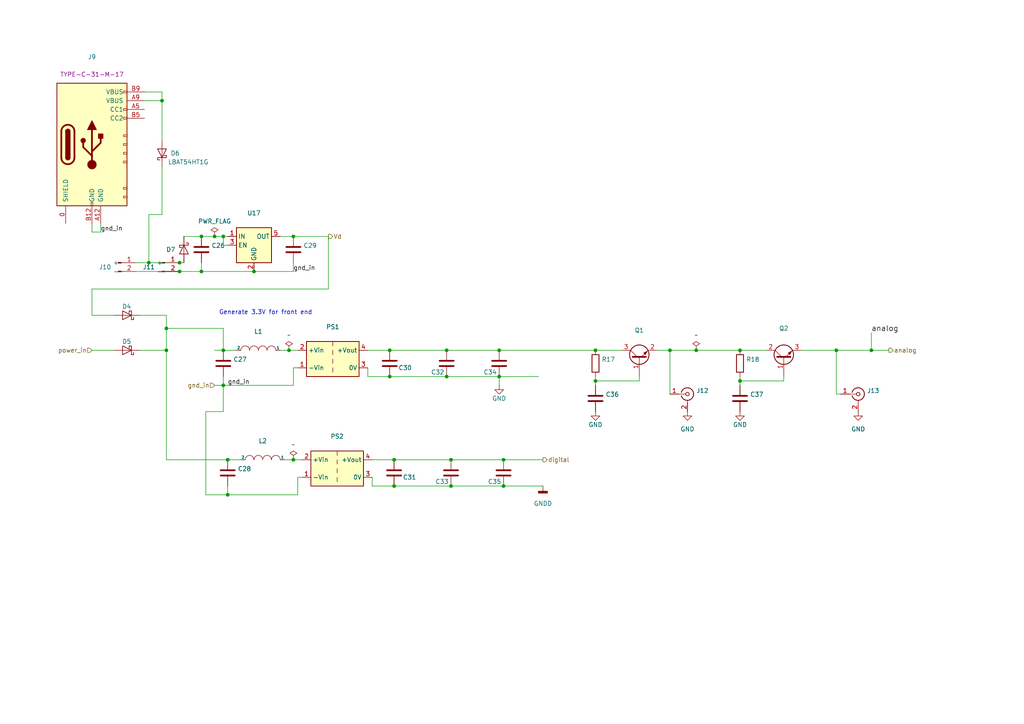
<source format=kicad_sch>
(kicad_sch (version 20211123) (generator eeschema)
  (paper "A4")
  (lib_symbols
    (symbol "0JLC-6:100nF" (pin_numbers hide) (pin_names (offset 0.254))
      (property "Reference" "C" (at 0.635 2.54 0))
      (property "Value" "100nF" (at 0.635 -2.54 0))
      (symbol "100nF_0_1"
        (polyline (pts (xy -2.032 -0.762) (xy 2.032 -0.762)) (stroke (width 0.508)))
        (polyline (pts (xy -2.032 0.762) (xy 2.032 0.762)) (stroke (width 0.508)))
      )
      (symbol "100nF_1_1"
        (pin passive line (at 0 3.81 270) (length 2.794) (name "~") (number "1"))
        (pin passive line (at 0 -3.81 90) (length 2.794) (name "~") (number "2"))
      )
    )
    (symbol "0JLC-6:10uF_1206_50V" (pin_numbers hide) (pin_names (offset 0.254))
      (property "Reference" "C" (at 0.635 2.54 0))
      (property "Value" "10uF_1206_50V" (at 0.635 -2.54 0))
      (symbol "10uF_1206_50V_0_1"
        (polyline (pts (xy -2.032 -0.762) (xy 2.032 -0.762)) (stroke (width 0.508)))
        (polyline (pts (xy -2.032 0.762) (xy 2.032 0.762)) (stroke (width 0.508)))
      )
      (symbol "10uF_1206_50V_1_1"
        (pin passive line (at 0 3.81 270) (length 2.794) (name "~") (number "1"))
        (pin passive line (at 0 -3.81 90) (length 2.794) (name "~") (number "2"))
      )
    )
    (symbol "0JLC-6:1K" (pin_numbers hide) (pin_names (offset 0))
      (property "Reference" "R" (at 2.032 0 90))
      (property "Value" "1K" (at 0 0 90))
      (symbol "1K_0_1"
        (rectangle (start -1.016 -2.54) (end 1.016 2.54) (stroke (width 0.254)))
      )
      (symbol "1K_1_1"
        (pin passive line (at 0 3.81 270) (length 1.27) (name "~") (number "1"))
        (pin passive line (at 0 -3.81 90) (length 1.27) (name "~") (number "2"))
      )
    )
    (symbol "0JLC-6:1uF" (pin_numbers hide) (pin_names (offset 0.254))
      (property "Reference" "C" (at 0.635 2.54 0))
      (property "Value" "1uF" (at 0.635 -2.54 0))
      (symbol "1uF_0_1"
        (polyline (pts (xy -2.032 -0.762) (xy 2.032 -0.762)) (stroke (width 0.508)))
        (polyline (pts (xy -2.032 0.762) (xy 2.032 0.762)) (stroke (width 0.508)))
      )
      (symbol "1uF_1_1"
        (pin passive line (at 0 3.81 270) (length 2.794) (name "~") (number "1"))
        (pin passive line (at 0 -3.81 90) (length 2.794) (name "~") (number "2"))
      )
    )
    (symbol "0JLC-6:4.7uF_1206_50V" (pin_numbers hide) (pin_names (offset 0.254))
      (property "Reference" "C" (at 0.635 2.54 0))
      (property "Value" "4.7uF_1206_50V" (at 0.635 -2.54 0))
      (symbol "4.7uF_1206_50V_0_1"
        (polyline (pts (xy -2.032 -0.762) (xy 2.032 -0.762)) (stroke (width 0.508)))
        (polyline (pts (xy -2.032 0.762) (xy 2.032 0.762)) (stroke (width 0.508)))
      )
      (symbol "4.7uF_1206_50V_1_1"
        (pin passive line (at 0 3.81 270) (length 2.794) (name "~") (number "1"))
        (pin passive line (at 0 -3.81 90) (length 2.794) (name "~") (number "2"))
      )
    )
    (symbol "0JLC-6:JST-B2B-PH" (pin_names (offset 1.016))
      (property "Reference" "J" (at 0 2.54 0))
      (property "Value" "JST-B2B-PH" (at 0 -5.08 0))
      (symbol "JST-B2B-PH_1_1"
        (polyline (pts (xy 1.27 -2.54) (xy 0.8636 -2.54)) (stroke (width 0.1524)))
        (polyline (pts (xy 1.27 0) (xy 0.8636 0)) (stroke (width 0.1524)))
        (rectangle (start 0.8636 -2.413) (end 0 -2.667) (stroke (width 0.1524)) (fill (type outline)))
        (rectangle (start 0.8636 0.127) (end 0 -0.127) (stroke (width 0.1524)) (fill (type outline)))
        (pin passive line (at 5.08 0 180) (length 3.81) (name "+") (number "1"))
        (pin passive line (at 5.08 -2.54 180) (length 3.81) (name "-") (number "2"))
      )
    )
    (symbol "0JLC-6:LBAT54HT1G" (pin_numbers hide) (pin_names (offset 1.016) hide)
      (property "Reference" "D" (at 0 2.54 0))
      (property "Value" "LBAT54HT1G" (at 0 -2.54 0))
      (symbol "LBAT54HT1G_0_1"
        (polyline (pts (xy 1.27 0) (xy -1.27 0)))
        (polyline (pts (xy 1.27 1.27) (xy 1.27 -1.27) (xy -1.27 0) (xy 1.27 1.27)) (stroke (width 0.2032)))
        (polyline (pts (xy -1.905 0.635) (xy -1.905 1.27) (xy -1.27 1.27) (xy -1.27 -1.27) (xy -0.635 -1.27) (xy -0.635 -0.635)) (stroke (width 0.2032)))
      )
      (symbol "LBAT54HT1G_1_1"
        (pin passive line (at -3.81 0 0) (length 2.54) (name "K") (number "1"))
        (pin passive line (at 3.81 0 180) (length 2.54) (name "A") (number "2"))
      )
    )
    (symbol "0JLC-6:LP5907MFX-3.3"
      (property "Reference" "U" (at -3.81 6.35 0))
      (property "Value" "LP5907MFX-3.3" (at 6.35 6.35 0))
      (symbol "LP5907MFX-3.3_0_1"
        (rectangle (start -5.08 -5.08) (end 5.08 5.08) (stroke (width 0.254)) (fill (type background)))
        (pin power_in line (at -7.62 2.54 0) (length 2.54) (name "IN") (number "1"))
        (pin power_in line (at 0 -7.62 90) (length 2.54) (name "GND") (number "2"))
        (pin input line (at -7.62 0 0) (length 2.54) (name "EN") (number "3"))
        (pin no_connect line (at 5.08 0 180) (length 2.54) hide (name "NC") (number "4"))
        (pin power_out line (at 7.62 2.54 180) (length 2.54) (name "OUT") (number "5"))
      )
    )
    (symbol "0JLC-6:USB_C_KoreanHroparts_6P" (pin_names (offset 1.016))
      (property "Reference" "J" (at -10.16 19.05 0))
      (property "Value" "USB_C_KoreanHroparts_6P" (at 19.05 19.05 0))
      (property "MPN" "TYPE-C-31-M-17" (at 0 0 0))
      (symbol "USB_C_KoreanHroparts_6P_0_0"
        (rectangle (start -0.254 -17.78) (end 0.254 -16.764))
        (rectangle (start 10.16 -14.986) (end 9.144 -15.494))
        (rectangle (start 10.16 -12.446) (end 9.144 -12.954))
        (rectangle (start 10.16 -4.826) (end 9.144 -5.334))
        (rectangle (start 10.16 -2.286) (end 9.144 -2.794))
        (rectangle (start 10.16 0.254) (end 9.144 -0.254))
        (rectangle (start 10.16 2.794) (end 9.144 2.286))
        (rectangle (start 10.16 7.874) (end 9.144 7.366))
        (rectangle (start 10.16 10.414) (end 9.144 9.906))
        (rectangle (start 10.16 15.494) (end 9.144 14.986))
      )
      (symbol "USB_C_KoreanHroparts_6P_0_1"
        (rectangle (start -10.16 17.78) (end 10.16 -17.78) (stroke (width 0.254)) (fill (type background)))
        (arc (start -8.89 -3.81) (mid -6.985 -5.715) (end -5.08 -3.81) (stroke (width 0.508)))
        (arc (start -7.62 -3.81) (mid -6.985 -4.445) (end -6.35 -3.81) (stroke (width 0.254)))
        (arc (start -7.62 -3.81) (mid -6.985 -4.445) (end -6.35 -3.81) (stroke (width 0.254)) (fill (type outline)))
        (rectangle (start -7.62 -3.81) (end -6.35 3.81) (stroke (width 0.254)) (fill (type outline)))
        (arc (start -6.35 3.81) (mid -6.985 4.445) (end -7.62 3.81) (stroke (width 0.254)))
        (arc (start -6.35 3.81) (mid -6.985 4.445) (end -7.62 3.81) (stroke (width 0.254)) (fill (type outline)))
        (arc (start -5.08 3.81) (mid -6.985 5.715) (end -8.89 3.81) (stroke (width 0.508)))
        (circle (center -2.54 1.143) (radius 0.635) (stroke (width 0.254)) (fill (type outline)))
        (circle (center 0 -5.842) (radius 1.27) (fill (type outline)))
        (polyline (pts (xy -8.89 -3.81) (xy -8.89 3.81)) (stroke (width 0.508)))
        (polyline (pts (xy -5.08 3.81) (xy -5.08 -3.81)) (stroke (width 0.508)))
        (polyline (pts (xy 0 -5.842) (xy 0 4.318)) (stroke (width 0.508)))
        (polyline (pts (xy 0 -3.302) (xy -2.54 -0.762) (xy -2.54 0.508)) (stroke (width 0.508)))
        (polyline (pts (xy 0 -2.032) (xy 2.54 0.508) (xy 2.54 1.778)) (stroke (width 0.508)))
        (polyline (pts (xy -1.27 4.318) (xy 0 6.858) (xy 1.27 4.318) (xy -1.27 4.318)) (stroke (width 0.254)) (fill (type outline)))
        (rectangle (start 1.905 1.778) (end 3.175 3.048) (stroke (width 0.254)) (fill (type outline)))
      )
      (symbol "USB_C_KoreanHroparts_6P_1_1"
        (pin passive line (at -7.62 -22.86 90) (length 5.08) (name "SHIELD") (number "0"))
        (pin passive line (at 2.54 -22.86 90) (length 5.08) (name "GND") (number "A12"))
        (pin bidirectional line (at 15.24 10.16 180) (length 5.08) (name "CC1") (number "A5"))
        (pin power_out line (at 15.24 12.7 180) (length 5.08) (name "VBUS") (number "A9"))
        (pin passive line (at 0 -22.86 90) (length 5.08) (name "GND") (number "B12"))
        (pin bidirectional line (at 15.24 7.62 180) (length 5.08) (name "CC2") (number "B5"))
        (pin power_out line (at 15.24 15.24 180) (length 5.08) (name "VBUS") (number "B9"))
      )
    )
    (symbol "Connector:Conn_Coaxial" (pin_names (offset 1.016) hide)
      (property "Reference" "J" (at 0.254 3.048 0))
      (property "Value" "Conn_Coaxial" (at 2.921 0 90))
      (symbol "Conn_Coaxial_0_1"
        (arc (start -1.778 -0.508) (mid 0.2311 -1.8066) (end 1.778 0) (stroke (width 0.254)))
        (polyline (pts (xy -2.54 0) (xy -0.508 0)))
        (polyline (pts (xy 0 -2.54) (xy 0 -1.778)))
        (circle (center 0 0) (radius 0.508) (stroke (width 0.2032)))
        (arc (start 1.778 0) (mid 0.2099 1.8101) (end -1.778 0.508) (stroke (width 0.254)))
      )
      (symbol "Conn_Coaxial_1_1"
        (pin passive line (at -5.08 0 0) (length 2.54) (name "In") (number "1"))
        (pin passive line (at 0 -5.08 90) (length 2.54) (name "Ext") (number "2"))
      )
    )
    (symbol "Device:C" (pin_numbers hide) (pin_names (offset 0.254))
      (property "Reference" "C" (at 0.635 2.54 0))
      (property "Value" "C" (at 0.635 -2.54 0))
      (symbol "C_0_1"
        (polyline (pts (xy -2.032 -0.762) (xy 2.032 -0.762)) (stroke (width 0.508)))
        (polyline (pts (xy -2.032 0.762) (xy 2.032 0.762)) (stroke (width 0.508)))
      )
      (symbol "C_1_1"
        (pin passive line (at 0 3.81 270) (length 2.794) (name "~") (number "1"))
        (pin passive line (at 0 -3.81 90) (length 2.794) (name "~") (number "2"))
      )
    )
    (symbol "Device:Q_NPN_BCE" (pin_names (offset 0) hide)
      (property "Reference" "Q" (at 5.08 1.27 0))
      (property "Value" "Q_NPN_BCE" (at 5.08 -1.27 0))
      (symbol "Q_NPN_BCE_0_1"
        (polyline (pts (xy 0.635 0.635) (xy 2.54 2.54)))
        (polyline (pts (xy 0.635 -0.635) (xy 2.54 -2.54) (xy 2.54 -2.54)))
        (polyline (pts (xy 0.635 1.905) (xy 0.635 -1.905) (xy 0.635 -1.905)) (stroke (width 0.508)))
        (polyline (pts (xy 1.27 -1.778) (xy 1.778 -1.27) (xy 2.286 -2.286) (xy 1.27 -1.778) (xy 1.27 -1.778)) (fill (type outline)))
        (circle (center 1.27 0) (radius 2.8194) (stroke (width 0.254)))
      )
      (symbol "Q_NPN_BCE_1_1"
        (pin input line (at -5.08 0 0) (length 5.715) (name "B") (number "1"))
        (pin passive line (at 2.54 5.08 270) (length 2.54) (name "C") (number "2"))
        (pin passive line (at 2.54 -5.08 90) (length 2.54) (name "E") (number "3"))
      )
    )
    (symbol "Transistor_BJT:BC847" (pin_names (offset 0) hide)
      (property "Reference" "Q" (at 5.08 1.905 0))
      (property "Value" "BC847" (at 5.08 0 0))
      (symbol "BC847_0_1"
        (polyline (pts (xy 0.635 0.635) (xy 2.54 2.54)))
        (polyline (pts (xy 0.635 -0.635) (xy 2.54 -2.54) (xy 2.54 -2.54)))
        (polyline (pts (xy 0.635 1.905) (xy 0.635 -1.905) (xy 0.635 -1.905)) (stroke (width 0.508)))
        (polyline (pts (xy 1.27 -1.778) (xy 1.778 -1.27) (xy 2.286 -2.286) (xy 1.27 -1.778) (xy 1.27 -1.778)) (fill (type outline)))
        (circle (center 1.27 0) (radius 2.8194) (stroke (width 0.254)))
      )
      (symbol "BC847_1_1"
        (pin input line (at -5.08 0 0) (length 5.715) (name "B") (number "1"))
        (pin passive line (at 2.54 -5.08 90) (length 2.54) (name "E") (number "2"))
        (pin passive line (at 2.54 5.08 270) (length 2.54) (name "C") (number "3"))
      )
    )
    (symbol "power:GND" (power) (pin_names (offset 0))
      (property "Value" "GND" (at 0 -3.81 0))
      (symbol "GND_0_1"
        (polyline (pts (xy 0 0) (xy 0 -1.27) (xy 1.27 -1.27) (xy 0 -2.54) (xy -1.27 -1.27) (xy 0 -1.27)))
      )
      (symbol "GND_1_1"
        (pin power_in line (at 0 0 270) (length 0) hide (name "GND") (number "1"))
      )
    )
    (symbol "power:GNDD" (power) (pin_names (offset 0))
      (property "Value" "GNDD" (at 0 -3.175 0))
      (symbol "GNDD_0_1"
        (rectangle (start -1.27 -1.524) (end 1.27 -2.032) (stroke (width 0.254)) (fill (type outline)))
        (polyline (pts (xy 0 0) (xy 0 -1.524)))
      )
      (symbol "GNDD_1_1"
        (pin power_in line (at 0 0 270) (length 0) hide (name "GNDD") (number "1"))
      )
    )
    (symbol "power:PWR_FLAG" (power) (pin_numbers hide) (pin_names (offset 0) hide)
      (property "Value" "PWR_FLAG" (at 0 3.81 0))
      (symbol "PWR_FLAG_0_0"
        (pin power_out line (at 0 0 90) (length 0) (name "pwr") (number "1"))
      )
      (symbol "PWR_FLAG_0_1"
        (polyline (pts (xy 0 0) (xy 0 1.27) (xy -1.016 1.905) (xy 0 2.54) (xy 1.016 1.905) (xy 0 1.27)))
      )
    )
    (symbol "pspice:INDUCTOR" (pin_numbers hide) (pin_names (offset 0))
      (property "Reference" "L" (at 0 2.54 0))
      (property "Value" "INDUCTOR" (at 0 -1.27 0))
      (symbol "INDUCTOR_0_1"
        (arc (start -2.54 0) (mid -3.81 1.27) (end -5.08 0))
        (arc (start 0 0) (mid -1.27 1.27) (end -2.54 0))
        (arc (start 2.54 0) (mid 1.27 1.27) (end 0 0))
        (arc (start 5.08 0) (mid 3.81 1.27) (end 2.54 0))
      )
      (symbol "INDUCTOR_1_1"
        (pin input line (at -6.35 0 0) (length 1.27) (name "1") (number "1"))
        (pin input line (at 6.35 0 180) (length 1.27) (name "2") (number "2"))
      )
    )
    (symbol "schematic_library:B0305S-1WR2-0my_power"
      (property "Reference" "PS2" (at 0 9.3218 0))
      (property "Value" "B0305S-1WR2-0my_power" (at 0 7.0104 0))
      (symbol "B0305S-1WR2-0my_power_0_0"
        (pin power_in line (at -10.16 -2.54 0) (length 2.54) (name "-Vin") (number "1"))
        (pin power_in line (at -10.16 2.54 0) (length 2.54) (name "+Vin") (number "2"))
        (pin power_out line (at 10.16 -2.54 180) (length 2.54) (name "0V") (number "3"))
        (pin power_out line (at 10.16 2.54 180) (length 2.54) (name "+Vout") (number "4"))
      )
      (symbol "B0305S-1WR2-0my_power_0_1"
        (rectangle (start -7.62 5.08) (end 7.62 -5.08) (stroke (width 0.254)) (fill (type background)))
        (polyline (pts (xy 0 -2.54) (xy 0 -3.81)))
        (polyline (pts (xy 0 0) (xy 0 -1.27)))
        (polyline (pts (xy 0 2.54) (xy 0 1.27)))
        (polyline (pts (xy 0 5.08) (xy 0 3.81)))
      )
    )
  )
  (junction (at 113.03 109.22))
  (junction (at 146.05 133.35))
  (junction (at 85.09 133.35))
  (junction (at 129.54 109.22))
  (junction (at 46.99 29.21))
  (junction (at 64.77 111.76))
  (junction (at 130.81 133.35))
  (junction (at 194.31 101.6))
  (junction (at 114.3 140.97))
  (junction (at 113.03 101.6))
  (junction (at 58.42 68.58))
  (junction (at 43.18 76.2))
  (junction (at 144.78 101.6))
  (junction (at 48.26 95.25))
  (junction (at 66.04 133.35))
  (junction (at 146.05 140.97))
  (junction (at 144.78 109.22))
  (junction (at 58.42 78.74))
  (junction (at 64.77 101.6))
  (junction (at 62.23 68.58))
  (junction (at 242.57 101.6))
  (junction (at 52.07 78.74))
  (junction (at 252.73 101.6))
  (junction (at 64.77 68.58))
  (junction (at 66.04 143.51))
  (junction (at 172.72 110.49))
  (junction (at 172.72 101.6))
  (junction (at 129.54 101.6))
  (junction (at 114.3 133.35))
  (junction (at 214.63 101.6))
  (junction (at 48.26 101.6))
  (junction (at 73.66 78.74))
  (junction (at 83.82 101.6))
  (junction (at 52.07 76.2))
  (junction (at 130.81 140.97))
  (junction (at 85.09 68.58))
  (junction (at 201.93 101.6))
  (junction (at 214.63 110.49))
  (wire (pts (xy 107.95 140.97) (xy 114.3 140.97)))
  (wire (pts (xy 26.67 91.44) (xy 33.02 91.44)))
  (wire (pts (xy 172.72 110.49) (xy 185.42 110.49)))
  (wire (pts (xy 86.36 143.51) (xy 66.04 143.51)))
  (wire (pts (xy 58.42 76.2) (xy 58.42 78.74)))
  (wire (pts (xy 26.67 83.82) (xy 26.67 91.44)))
  (wire (pts (xy 43.18 62.23) (xy 43.18 76.2)))
  (wire (pts (xy 227.33 109.22) (xy 227.33 110.49)))
  (wire (pts (xy 185.42 110.49) (xy 185.42 109.22)))
  (wire (pts (xy 66.04 71.12) (xy 64.77 71.12)))
  (wire (pts (xy 62.23 111.76) (xy 64.77 111.76)))
  (wire (pts (xy 214.63 109.22) (xy 214.63 110.49)))
  (wire (pts (xy 114.3 133.35) (xy 130.81 133.35)))
  (wire (pts (xy 46.99 29.21) (xy 41.91 29.21)))
  (wire (pts (xy 146.05 133.35) (xy 157.48 133.35)))
  (wire (pts (xy 39.37 76.2) (xy 43.18 76.2)))
  (wire (pts (xy 85.09 76.2) (xy 85.09 78.74)))
  (wire (pts (xy 86.36 138.43) (xy 86.36 143.51)))
  (wire (pts (xy 214.63 110.49) (xy 214.63 111.76)))
  (wire (pts (xy 242.57 114.3) (xy 243.84 114.3)))
  (wire (pts (xy 33.02 101.6) (xy 26.67 101.6)))
  (wire (pts (xy 81.28 68.58) (xy 85.09 68.58)))
  (wire (pts (xy 242.57 101.6) (xy 242.57 114.3)))
  (wire (pts (xy 46.99 62.23) (xy 43.18 62.23)))
  (wire (pts (xy 129.54 109.22) (xy 113.03 109.22)))
  (wire (pts (xy 40.64 91.44) (xy 48.26 91.44)))
  (wire (pts (xy 41.91 26.67) (xy 46.99 26.67)))
  (wire (pts (xy 48.26 91.44) (xy 48.26 95.25)))
  (wire (pts (xy 62.23 68.58) (xy 64.77 68.58)))
  (wire (pts (xy 106.68 109.22) (xy 113.03 109.22)))
  (wire (pts (xy 62.23 101.6) (xy 64.77 101.6)))
  (wire (pts (xy 130.81 140.97) (xy 114.3 140.97)))
  (wire (pts (xy 130.81 133.35) (xy 146.05 133.35)))
  (wire (pts (xy 107.95 133.35) (xy 114.3 133.35)))
  (wire (pts (xy 107.95 138.43) (xy 107.95 140.97)))
  (wire (pts (xy 172.72 101.6) (xy 180.34 101.6)))
  (wire (pts (xy 242.57 101.6) (xy 252.73 101.6)))
  (wire (pts (xy 64.77 101.6) (xy 68.58 101.6)))
  (wire (pts (xy 146.05 140.97) (xy 157.48 140.97)))
  (wire (pts (xy 129.54 101.6) (xy 144.78 101.6)))
  (wire (pts (xy 64.77 101.6) (xy 64.77 95.25)))
  (wire (pts (xy 194.31 101.6) (xy 201.93 101.6)))
  (wire (pts (xy 64.77 68.58) (xy 66.04 68.58)))
  (wire (pts (xy 172.72 110.49) (xy 172.72 111.76)))
  (wire (pts (xy 52.07 76.2) (xy 53.34 76.2)))
  (wire (pts (xy 201.93 101.6) (xy 214.63 101.6)))
  (wire (pts (xy 113.03 101.6) (xy 129.54 101.6)))
  (wire (pts (xy 87.63 138.43) (xy 86.36 138.43)))
  (wire (pts (xy 172.72 109.22) (xy 172.72 110.49)))
  (wire (pts (xy 83.82 101.6) (xy 86.36 101.6)))
  (wire (pts (xy 48.26 95.25) (xy 48.26 101.6)))
  (wire (pts (xy 26.67 83.82) (xy 95.25 83.82)))
  (wire (pts (xy 214.63 110.49) (xy 227.33 110.49)))
  (wire (pts (xy 85.09 133.35) (xy 87.63 133.35)))
  (wire (pts (xy 130.81 140.97) (xy 146.05 140.97)))
  (wire (pts (xy 46.99 26.67) (xy 46.99 29.21)))
  (wire (pts (xy 52.07 78.74) (xy 58.42 78.74)))
  (wire (pts (xy 64.77 95.25) (xy 48.26 95.25)))
  (wire (pts (xy 194.31 114.3) (xy 194.31 101.6)))
  (wire (pts (xy 64.77 71.12) (xy 64.77 68.58)))
  (wire (pts (xy 129.54 109.22) (xy 144.78 109.22)))
  (wire (pts (xy 86.36 106.68) (xy 85.09 106.68)))
  (wire (pts (xy 64.77 119.38) (xy 59.69 119.38)))
  (wire (pts (xy 85.09 111.76) (xy 64.77 111.76)))
  (wire (pts (xy 252.73 101.6) (xy 257.81 101.6)))
  (wire (pts (xy 48.26 133.35) (xy 66.04 133.35)))
  (wire (pts (xy 106.68 101.6) (xy 113.03 101.6)))
  (wire (pts (xy 46.99 29.21) (xy 46.99 40.64)))
  (wire (pts (xy 66.04 133.35) (xy 69.85 133.35)))
  (wire (pts (xy 95.25 68.58) (xy 95.25 83.82)))
  (wire (pts (xy 232.41 101.6) (xy 242.57 101.6)))
  (wire (pts (xy 144.78 101.6) (xy 172.72 101.6)))
  (wire (pts (xy 43.18 76.2) (xy 52.07 76.2)))
  (wire (pts (xy 39.37 78.74) (xy 52.07 78.74)))
  (wire (pts (xy 59.69 119.38) (xy 59.69 143.51)))
  (wire (pts (xy 252.73 101.6) (xy 252.73 96.52)))
  (wire (pts (xy 59.69 143.51) (xy 66.04 143.51)))
  (wire (pts (xy 58.42 68.58) (xy 62.23 68.58)))
  (wire (pts (xy 53.34 68.58) (xy 58.42 68.58)))
  (wire (pts (xy 64.77 109.22) (xy 64.77 111.76)))
  (wire (pts (xy 144.78 111.76) (xy 144.78 109.22)))
  (wire (pts (xy 81.28 101.6) (xy 83.82 101.6)))
  (wire (pts (xy 48.26 101.6) (xy 48.26 133.35)))
  (wire (pts (xy 214.63 101.6) (xy 222.25 101.6)))
  (wire (pts (xy 95.25 68.58) (xy 85.09 68.58)))
  (wire (pts (xy 58.42 78.74) (xy 73.66 78.74)))
  (wire (pts (xy 66.04 140.97) (xy 66.04 143.51)))
  (wire (pts (xy 64.77 111.76) (xy 64.77 119.38)))
  (wire (pts (xy 82.55 133.35) (xy 85.09 133.35)))
  (wire (pts (xy 144.78 109.22) (xy 156.21 109.22)))
  (wire (pts (xy 29.21 64.77) (xy 29.21 67.31)))
  (wire (pts (xy 40.64 101.6) (xy 48.26 101.6)))
  (wire (pts (xy 85.09 78.74) (xy 73.66 78.74)))
  (wire (pts (xy 46.99 48.26) (xy 46.99 62.23)))
  (wire (pts (xy 85.09 106.68) (xy 85.09 111.76)))
  (wire (pts (xy 26.67 67.31) (xy 29.21 67.31)))
  (wire (pts (xy 106.68 106.68) (xy 106.68 109.22)))
  (wire (pts (xy 190.5 101.6) (xy 194.31 101.6)))
  (wire (pts (xy 26.67 64.77) (xy 26.67 67.31)))
  (text "Generate 3.3V for front end" (at 63.5 91.44 0) (effects (font (size 1.27 1.27)) (justify left bottom)))
  (label "gnd_in" (at 29.21 67.31 0))
  (label "gnd_in" (at 66.04 111.76 0))
  (label "analog" (at 252.73 96.52 0) (effects (font (size 1.524 1.524))))
  (label "gnd_in" (at 85.09 78.74 0))
  (hierarchical_label "power_in" (shape input) (at 26.67 101.6 180))
  (hierarchical_label "analog" (shape output) (at 257.81 101.6 0))
  (hierarchical_label "gnd_in" (shape input) (at 62.23 111.76 180))
  (hierarchical_label "Vd" (shape output) (at 95.25 68.58 0))
  (hierarchical_label "digital" (shape output) (at 157.48 133.35 0))
  (symbol (lib_id "0JLC-6:100nF") (at 129.54 105.41 180) (unit 1)
    (property "Reference" "C32" (at 128.905 107.95 0) (effects (justify left)))
    (property "MFR" "Samsung" (effects hide))
    (property "MPN" "CC0603KRX7R9BB104" (effects hide))
    (property "SPURL" "-" (effects hide))
    (property "LCSC" "C14663" (effects hide))
  )
  (symbol (lib_id "Device:C") (at 144.78 105.41 180) (unit 1)
    (property "Reference" "C34" (at 144.145 107.95 0) (effects (justify left)))
    (property "Datasheet" "0603B103K500NT" (effects hide))
    (property "MFR" "Samsung" (effects hide))
    (property "MPN" "0603B103K500NT" (effects hide))
    (property "LCSC" "C57112" (effects hide))
    (property "SPURL" "-" (effects hide))
  )
  (symbol (lib_id "power:GND") (at 144.78 111.76 0) (unit 1)
    (property "Reference" "#PWR057" (effects hide))
    (property "Value" "~" (at 144.78 115.57 0))
  )
  (symbol (lib_id "power:GND") (at 172.72 119.38 0) (unit 1)
    (property "Reference" "#PWR059" (effects hide))
    (property "Value" "~" (at 172.72 123.19 0))
  )
  (symbol (lib_id "Transistor_BJT:BC847") (at 185.42 104.14 90) (unit 1)
    (property "Reference" "Q1" (at 185.42 95.8088 90))
    (property "Datasheet" "http://www.infineon.com/dgdl/Infineon-BC847SERIES_BC848SERIES_BC849SERIES_BC850SERIES-DS-v01_01-en.pdf?fileId=db3a304314dca389011541d4630a1657" (effects hide))
    (property "MPN" "BC847C,215" (effects hide))
    (property "LCSC" "C8664" (effects hide))
  )
  (symbol (lib_id "schematic_library:B0305S-1WR2-0my_power") (at 96.52 104.14 0) (unit 1)
    (property "Reference" "PS1" (at 96.52 94.8182 0))
    (property "LCSC" "C80854" (effects hide))
    (property "MPN" "B0305S-1WR2" (effects hide))
  )
  (symbol (lib_id "pspice:INDUCTOR") (at 74.93 101.6 0) (mirror y) (unit 1)
    (property "Reference" "L1" (at 74.93 96.139 0))
    (property "MPN" "NLCV32T-6R8M-PFR" (effects hide))
    (property "LCSC" "C87559" (effects hide))
  )
  (symbol (lib_id "0JLC-6:10uF_1206_50V") (at 113.03 105.41 0) (unit 1)
    (property "Reference" "C30" (at 115.57 106.68 0) (effects (justify left)))
    (property "LCSC" "C13585" (effects hide))
    (property "MPN" "CL31A106KBHNNNE" (effects hide))
  )
  (symbol (lib_id "0JLC-6:4.7uF_1206_50V") (at 64.77 105.41 0) (unit 1)
    (property "Reference" "C27" (at 67.691 104.2416 0) (effects (justify left)))
    (property "LCSC" "C29823" (effects hide))
    (property "MPN" "1206B475K500NT" (effects hide))
  )
  (symbol (lib_id "0JLC-6:1K") (at 172.72 105.41 0) (unit 1)
    (property "Reference" "R17" (at 174.498 104.2416 0) (effects (justify left)))
    (property "LCSC" "C21190" (effects hide))
    (property "MPN" "0603WAF1001T5E" (effects hide))
  )
  (symbol (lib_id "Device:C") (at 172.72 115.57 0) (unit 1)
    (property "Reference" "C36" (at 175.641 114.4016 0) (effects (justify left)))
    (property "LCSC" "C84494" (effects hide))
    (property "MPN" "GRM32ER71A476KE15L" (effects hide))
  )
  (symbol (lib_id "power:PWR_FLAG") (at 83.82 101.6 0) (unit 1)
    (property "Reference" "#FLG06" (effects hide))
    (property "Value" "~" (at 83.82 97.2058 0))
  )
  (symbol (lib_id "power:PWR_FLAG") (at 201.93 101.6 0) (unit 1)
    (property "Reference" "#FLG08" (effects hide))
    (property "Value" "~" (at 201.93 97.2058 0))
  )
  (symbol (lib_id "pspice:INDUCTOR") (at 76.2 133.35 0) (mirror y) (unit 1)
    (property "Reference" "L2" (at 76.2 127.889 0))
    (property "MPN" "NLCV32T-6R8M-PFR" (effects hide))
    (property "LCSC" "C87559" (effects hide))
  )
  (symbol (lib_id "0JLC-6:JST-B2B-PH") (at 34.29 76.2 0) (unit 1)
    (property "Reference" "J10" (at 30.48 77.47 0))
    (property "LCSC" "C131337" (effects hide))
    (property "MPN" "B2B-PH-K-S(LF)(SN)" (effects hide))
  )
  (symbol (lib_id "0JLC-6:JST-B2B-PH") (at 46.99 76.2 0) (unit 1)
    (property "Reference" "J11" (at 43.18 77.47 0))
    (property "LCSC" "C131337" (effects hide))
    (property "MPN" "B2B-PH-K-S(LF)(SN)" (effects hide))
  )
  (symbol (lib_id "Device:C") (at 146.05 137.16 180) (unit 1)
    (property "Reference" "C35" (at 145.415 139.7 0) (effects (justify left)))
    (property "Datasheet" "0603B103K500NT" (effects hide))
    (property "MFR" "Samsung" (effects hide))
    (property "MPN" "0603B103K500NT" (effects hide))
    (property "LCSC" "C57112" (effects hide))
    (property "SPURL" "-" (effects hide))
  )
  (symbol (lib_id "0JLC-6:LBAT54HT1G") (at 36.83 101.6 180) (unit 1)
    (property "Reference" "D5" (at 38.1 99.06 0) (effects (justify left)))
    (property "LCSC" "C12744" (effects hide))
    (property "Field5" "LBAT54HT1G" (effects hide))
  )
  (symbol (lib_id "power:GND") (at 214.63 119.38 0) (unit 1)
    (property "Reference" "#PWR061" (effects hide))
    (property "Value" "~" (at 214.63 123.19 0))
  )
  (symbol (lib_id "power:GND") (at 248.92 119.38 0) (unit 1)
    (property "Reference" "#PWR062" (effects hide))
    (property "Value" "GND" (at 248.92 124.46 0))
    (property "Footprint" "Connector_Coaxial:U.FL_Hirose_U.FL-R-SMT-1_Vertical" (effects hide))
  )
  (symbol (lib_id "power:PWR_FLAG") (at 62.23 68.58 0) (unit 1)
    (property "Reference" "#FLG05" (effects hide))
    (property "Value" "PWR_FLAG" (at 62.23 64.1858 0))
  )
  (symbol (lib_id "0JLC-6:100nF") (at 130.81 137.16 180) (unit 1)
    (property "Reference" "C33" (at 130.175 139.7 0) (effects (justify left)))
    (property "MFR" "Samsung" (effects hide))
    (property "MPN" "CC0603KRX7R9BB104" (effects hide))
    (property "SPURL" "-" (effects hide))
    (property "LCSC" "C14663" (effects hide))
  )
  (symbol (lib_id "0JLC-6:4.7uF_1206_50V") (at 66.04 137.16 0) (unit 1)
    (property "Reference" "C28" (at 68.961 135.9916 0) (effects (justify left)))
    (property "LCSC" "C29823" (effects hide))
    (property "MPN" "1206B475K500NT" (effects hide))
  )
  (symbol (lib_id "0JLC-6:1uF") (at 85.09 72.39 0) (unit 1)
    (property "Reference" "C29" (at 88.011 71.2216 0) (effects (justify left)))
    (property "LCSC" "C15849" (effects hide))
    (property "MPN" "CL10A105KB8NNNC" (effects hide))
  )
  (symbol (lib_id "power:GND") (at 199.39 119.38 0) (unit 1)
    (property "Reference" "#PWR060" (effects hide))
    (property "Value" "GND" (at 199.39 124.46 0))
    (property "Footprint" "Connector_Coaxial:U.FL_Hirose_U.FL-R-SMT-1_Vertical" (effects hide))
  )
  (symbol (lib_id "0JLC-6:1K") (at 214.63 105.41 0) (unit 1)
    (property "Reference" "R18" (at 216.408 104.2416 0) (effects (justify left)))
    (property "LCSC" "C21190" (effects hide))
    (property "MPN" "0603WAF1001T5E" (effects hide))
  )
  (symbol (lib_id "Connector:Conn_Coaxial") (at 199.39 114.3 0) (unit 1)
    (property "Reference" "J12" (at 201.93 113.3231 0) (effects (justify left)))
    (property "Datasheet" " ~" (effects hide))
  )
  (symbol (lib_id "0JLC-6:LBAT54HT1G") (at 53.34 72.39 270) (unit 1)
    (property "Reference" "D7" (at 49.53 72.39 90))
    (property "LCSC" "C12744" (effects hide))
    (property "Field5" "LBAT54HT1G" (effects hide))
  )
  (symbol (lib_id "0JLC-6:10uF_1206_50V") (at 114.3 137.16 0) (unit 1)
    (property "Reference" "C31" (at 116.84 138.43 0) (effects (justify left)))
    (property "LCSC" "C13585" (effects hide))
    (property "MPN" "CL31A106KBHNNNE" (effects hide))
  )
  (symbol (lib_id "Connector:Conn_Coaxial") (at 248.92 114.3 0) (unit 1)
    (property "Reference" "J13" (at 251.46 113.3231 0) (effects (justify left)))
    (property "Datasheet" " ~" (effects hide))
  )
  (symbol (lib_id "0JLC-6:USB_C_KoreanHroparts_6P") (at 26.67 41.91 0) (unit 1)
    (property "Reference" "J9" (at 26.67 16.51 0))
    (property "LCSC" "C283540" (effects hide))
    (property "MPN" "TYPE-C-31-M-17" (at 26.67 21.59 0))
  )
  (symbol (lib_id "0JLC-6:LBAT54HT1G") (at 46.99 44.45 90) (unit 1)
    (property "Reference" "D6" (at 50.8 44.45 90))
    (property "Value" "LBAT54HT1G" (at 54.61 46.99 90))
    (property "Footprint" "Diode_SMD:D_SOD-323" (effects hide))
    (property "LCSC" "C12744" (effects hide))
    (property "Field5" "LBAT54HT1G" (effects hide))
  )
  (symbol (lib_id "schematic_library:B0305S-1WR2-0my_power") (at 97.79 135.89 0) (unit 1)
    (property "Reference" "PS2" (at 97.79 126.5682 0))
    (property "LCSC" "C80854" (effects hide))
    (property "MPN" "B0305S-1WR2" (effects hide))
  )
  (symbol (lib_id "0JLC-6:LP5907MFX-3.3") (at 73.66 71.12 0) (unit 1)
    (property "Reference" "U17" (at 73.66 61.7982 0))
    (property "Datasheet" "http://www.ti.com/lit/ds/symlink/lp5907.pdf" (effects hide))
    (property "LCSC" "C80670" (effects hide))
    (property "MPN" "LP5907MFX-3.3/NOPB" (effects hide))
  )
  (symbol (lib_id "power:GNDD") (at 157.48 140.97 0) (unit 1)
    (property "Reference" "#PWR058" (effects hide))
    (property "Value" "GNDD" (at 157.48 146.05 0))
  )
  (symbol (lib_id "Device:C") (at 214.63 115.57 0) (unit 1)
    (property "Reference" "C37" (at 217.551 114.4016 0) (effects (justify left)))
    (property "LCSC" "C84494" (effects hide))
    (property "MPN" "GRM32ER71A476KE15L" (effects hide))
  )
  (symbol (lib_id "Device:Q_NPN_BCE") (at 227.33 104.14 90) (unit 1)
    (property "Reference" "Q2" (at 227.33 95.25 90))
    (property "LCSC" "C87950" (effects hide))
    (property "MPN" "FZT851TA" (effects hide))
  )
  (symbol (lib_id "power:PWR_FLAG") (at 85.09 133.35 0) (unit 1)
    (property "Reference" "#FLG07" (effects hide))
    (property "Value" "~" (at 85.09 128.9558 0))
  )
  (symbol (lib_id "0JLC-6:1uF") (at 58.42 72.39 0) (unit 1)
    (property "Reference" "C26" (at 61.341 71.2216 0) (effects (justify left)))
    (property "LCSC" "C15849" (effects hide))
    (property "MPN" "CL10A105KB8NNNC" (effects hide))
  )
  (symbol (lib_id "0JLC-6:LBAT54HT1G") (at 36.83 91.44 180) (unit 1)
    (property "Reference" "D4" (at 38.1 88.9 0) (effects (justify left)))
    (property "LCSC" "C12744" (effects hide))
    (property "Field5" "LBAT54HT1G" (effects hide))
  )
)
</source>
